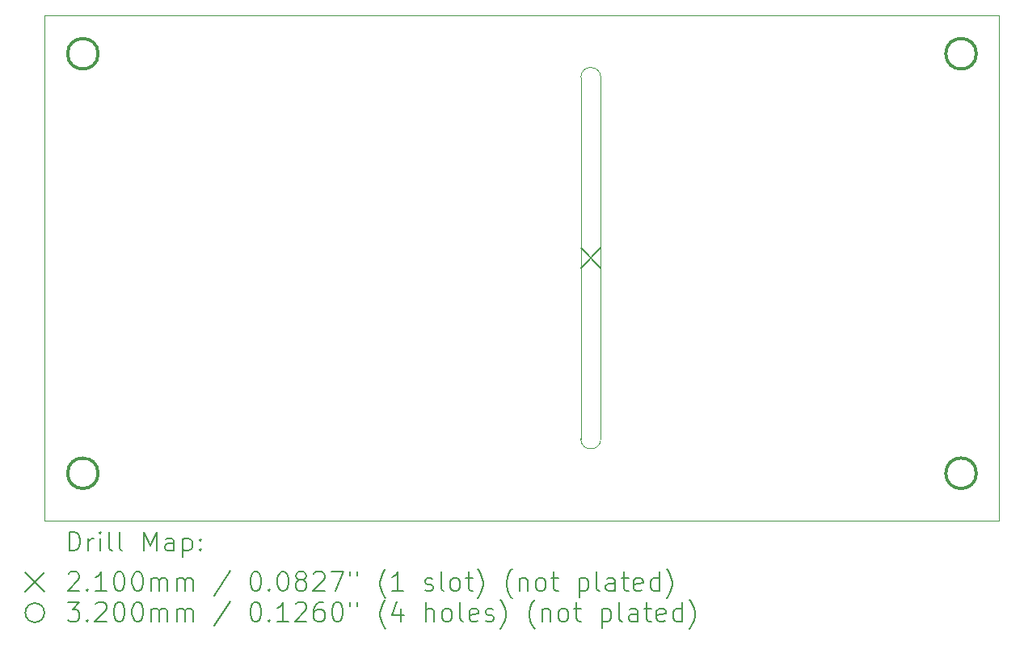
<source format=gbr>
%TF.GenerationSoftware,KiCad,Pcbnew,7.0.11+dfsg-1build4*%
%TF.CreationDate,2025-03-10T20:05:54-05:00*%
%TF.ProjectId,TriacControl,54726961-6343-46f6-9e74-726f6c2e6b69,rev?*%
%TF.SameCoordinates,Original*%
%TF.FileFunction,Drillmap*%
%TF.FilePolarity,Positive*%
%FSLAX45Y45*%
G04 Gerber Fmt 4.5, Leading zero omitted, Abs format (unit mm)*
G04 Created by KiCad (PCBNEW 7.0.11+dfsg-1build4) date 2025-03-10 20:05:54*
%MOMM*%
%LPD*%
G01*
G04 APERTURE LIST*
%ADD10C,0.050000*%
%ADD11C,0.200000*%
%ADD12C,0.210000*%
%ADD13C,0.100000*%
%ADD14C,0.320000*%
G04 APERTURE END LIST*
D10*
X15000000Y-10300000D02*
X5000000Y-10300000D01*
X15000000Y-5000000D02*
X15000000Y-10300000D01*
X5000000Y-5000000D02*
X15000000Y-5000000D01*
X5000000Y-10300000D02*
X5000000Y-5000000D01*
D11*
D12*
X10616000Y-7439000D02*
X10826000Y-7649000D01*
X10826000Y-7439000D02*
X10616000Y-7649000D01*
D13*
X10616000Y-5649000D02*
X10616000Y-9439000D01*
X10616000Y-9439000D02*
G75*
G03*
X10826000Y-9439000I105000J0D01*
G01*
X10826000Y-9439000D02*
X10826000Y-5649000D01*
X10826000Y-5649000D02*
G75*
G03*
X10616000Y-5649000I-105000J0D01*
G01*
D14*
X5560000Y-5400000D02*
G75*
G03*
X5240000Y-5400000I-160000J0D01*
G01*
X5240000Y-5400000D02*
G75*
G03*
X5560000Y-5400000I160000J0D01*
G01*
X5560000Y-9800000D02*
G75*
G03*
X5240000Y-9800000I-160000J0D01*
G01*
X5240000Y-9800000D02*
G75*
G03*
X5560000Y-9800000I160000J0D01*
G01*
X14760000Y-5400000D02*
G75*
G03*
X14440000Y-5400000I-160000J0D01*
G01*
X14440000Y-5400000D02*
G75*
G03*
X14760000Y-5400000I160000J0D01*
G01*
X14760000Y-9800000D02*
G75*
G03*
X14440000Y-9800000I-160000J0D01*
G01*
X14440000Y-9800000D02*
G75*
G03*
X14760000Y-9800000I160000J0D01*
G01*
D11*
X5258277Y-10613984D02*
X5258277Y-10413984D01*
X5258277Y-10413984D02*
X5305896Y-10413984D01*
X5305896Y-10413984D02*
X5334467Y-10423508D01*
X5334467Y-10423508D02*
X5353515Y-10442555D01*
X5353515Y-10442555D02*
X5363039Y-10461603D01*
X5363039Y-10461603D02*
X5372563Y-10499698D01*
X5372563Y-10499698D02*
X5372563Y-10528270D01*
X5372563Y-10528270D02*
X5363039Y-10566365D01*
X5363039Y-10566365D02*
X5353515Y-10585412D01*
X5353515Y-10585412D02*
X5334467Y-10604460D01*
X5334467Y-10604460D02*
X5305896Y-10613984D01*
X5305896Y-10613984D02*
X5258277Y-10613984D01*
X5458277Y-10613984D02*
X5458277Y-10480650D01*
X5458277Y-10518746D02*
X5467801Y-10499698D01*
X5467801Y-10499698D02*
X5477324Y-10490174D01*
X5477324Y-10490174D02*
X5496372Y-10480650D01*
X5496372Y-10480650D02*
X5515420Y-10480650D01*
X5582086Y-10613984D02*
X5582086Y-10480650D01*
X5582086Y-10413984D02*
X5572563Y-10423508D01*
X5572563Y-10423508D02*
X5582086Y-10433031D01*
X5582086Y-10433031D02*
X5591610Y-10423508D01*
X5591610Y-10423508D02*
X5582086Y-10413984D01*
X5582086Y-10413984D02*
X5582086Y-10433031D01*
X5705896Y-10613984D02*
X5686848Y-10604460D01*
X5686848Y-10604460D02*
X5677324Y-10585412D01*
X5677324Y-10585412D02*
X5677324Y-10413984D01*
X5810658Y-10613984D02*
X5791610Y-10604460D01*
X5791610Y-10604460D02*
X5782086Y-10585412D01*
X5782086Y-10585412D02*
X5782086Y-10413984D01*
X6039229Y-10613984D02*
X6039229Y-10413984D01*
X6039229Y-10413984D02*
X6105896Y-10556841D01*
X6105896Y-10556841D02*
X6172562Y-10413984D01*
X6172562Y-10413984D02*
X6172562Y-10613984D01*
X6353515Y-10613984D02*
X6353515Y-10509222D01*
X6353515Y-10509222D02*
X6343991Y-10490174D01*
X6343991Y-10490174D02*
X6324943Y-10480650D01*
X6324943Y-10480650D02*
X6286848Y-10480650D01*
X6286848Y-10480650D02*
X6267801Y-10490174D01*
X6353515Y-10604460D02*
X6334467Y-10613984D01*
X6334467Y-10613984D02*
X6286848Y-10613984D01*
X6286848Y-10613984D02*
X6267801Y-10604460D01*
X6267801Y-10604460D02*
X6258277Y-10585412D01*
X6258277Y-10585412D02*
X6258277Y-10566365D01*
X6258277Y-10566365D02*
X6267801Y-10547317D01*
X6267801Y-10547317D02*
X6286848Y-10537793D01*
X6286848Y-10537793D02*
X6334467Y-10537793D01*
X6334467Y-10537793D02*
X6353515Y-10528270D01*
X6448753Y-10480650D02*
X6448753Y-10680650D01*
X6448753Y-10490174D02*
X6467801Y-10480650D01*
X6467801Y-10480650D02*
X6505896Y-10480650D01*
X6505896Y-10480650D02*
X6524943Y-10490174D01*
X6524943Y-10490174D02*
X6534467Y-10499698D01*
X6534467Y-10499698D02*
X6543991Y-10518746D01*
X6543991Y-10518746D02*
X6543991Y-10575889D01*
X6543991Y-10575889D02*
X6534467Y-10594936D01*
X6534467Y-10594936D02*
X6524943Y-10604460D01*
X6524943Y-10604460D02*
X6505896Y-10613984D01*
X6505896Y-10613984D02*
X6467801Y-10613984D01*
X6467801Y-10613984D02*
X6448753Y-10604460D01*
X6629705Y-10594936D02*
X6639229Y-10604460D01*
X6639229Y-10604460D02*
X6629705Y-10613984D01*
X6629705Y-10613984D02*
X6620182Y-10604460D01*
X6620182Y-10604460D02*
X6629705Y-10594936D01*
X6629705Y-10594936D02*
X6629705Y-10613984D01*
X6629705Y-10490174D02*
X6639229Y-10499698D01*
X6639229Y-10499698D02*
X6629705Y-10509222D01*
X6629705Y-10509222D02*
X6620182Y-10499698D01*
X6620182Y-10499698D02*
X6629705Y-10490174D01*
X6629705Y-10490174D02*
X6629705Y-10509222D01*
X4797500Y-10842500D02*
X4997500Y-11042500D01*
X4997500Y-10842500D02*
X4797500Y-11042500D01*
X5248753Y-10853031D02*
X5258277Y-10843508D01*
X5258277Y-10843508D02*
X5277324Y-10833984D01*
X5277324Y-10833984D02*
X5324944Y-10833984D01*
X5324944Y-10833984D02*
X5343991Y-10843508D01*
X5343991Y-10843508D02*
X5353515Y-10853031D01*
X5353515Y-10853031D02*
X5363039Y-10872079D01*
X5363039Y-10872079D02*
X5363039Y-10891127D01*
X5363039Y-10891127D02*
X5353515Y-10919698D01*
X5353515Y-10919698D02*
X5239229Y-11033984D01*
X5239229Y-11033984D02*
X5363039Y-11033984D01*
X5448753Y-11014936D02*
X5458277Y-11024460D01*
X5458277Y-11024460D02*
X5448753Y-11033984D01*
X5448753Y-11033984D02*
X5439229Y-11024460D01*
X5439229Y-11024460D02*
X5448753Y-11014936D01*
X5448753Y-11014936D02*
X5448753Y-11033984D01*
X5648753Y-11033984D02*
X5534467Y-11033984D01*
X5591610Y-11033984D02*
X5591610Y-10833984D01*
X5591610Y-10833984D02*
X5572563Y-10862555D01*
X5572563Y-10862555D02*
X5553515Y-10881603D01*
X5553515Y-10881603D02*
X5534467Y-10891127D01*
X5772562Y-10833984D02*
X5791610Y-10833984D01*
X5791610Y-10833984D02*
X5810658Y-10843508D01*
X5810658Y-10843508D02*
X5820182Y-10853031D01*
X5820182Y-10853031D02*
X5829705Y-10872079D01*
X5829705Y-10872079D02*
X5839229Y-10910174D01*
X5839229Y-10910174D02*
X5839229Y-10957793D01*
X5839229Y-10957793D02*
X5829705Y-10995889D01*
X5829705Y-10995889D02*
X5820182Y-11014936D01*
X5820182Y-11014936D02*
X5810658Y-11024460D01*
X5810658Y-11024460D02*
X5791610Y-11033984D01*
X5791610Y-11033984D02*
X5772562Y-11033984D01*
X5772562Y-11033984D02*
X5753515Y-11024460D01*
X5753515Y-11024460D02*
X5743991Y-11014936D01*
X5743991Y-11014936D02*
X5734467Y-10995889D01*
X5734467Y-10995889D02*
X5724943Y-10957793D01*
X5724943Y-10957793D02*
X5724943Y-10910174D01*
X5724943Y-10910174D02*
X5734467Y-10872079D01*
X5734467Y-10872079D02*
X5743991Y-10853031D01*
X5743991Y-10853031D02*
X5753515Y-10843508D01*
X5753515Y-10843508D02*
X5772562Y-10833984D01*
X5963039Y-10833984D02*
X5982086Y-10833984D01*
X5982086Y-10833984D02*
X6001134Y-10843508D01*
X6001134Y-10843508D02*
X6010658Y-10853031D01*
X6010658Y-10853031D02*
X6020182Y-10872079D01*
X6020182Y-10872079D02*
X6029705Y-10910174D01*
X6029705Y-10910174D02*
X6029705Y-10957793D01*
X6029705Y-10957793D02*
X6020182Y-10995889D01*
X6020182Y-10995889D02*
X6010658Y-11014936D01*
X6010658Y-11014936D02*
X6001134Y-11024460D01*
X6001134Y-11024460D02*
X5982086Y-11033984D01*
X5982086Y-11033984D02*
X5963039Y-11033984D01*
X5963039Y-11033984D02*
X5943991Y-11024460D01*
X5943991Y-11024460D02*
X5934467Y-11014936D01*
X5934467Y-11014936D02*
X5924943Y-10995889D01*
X5924943Y-10995889D02*
X5915420Y-10957793D01*
X5915420Y-10957793D02*
X5915420Y-10910174D01*
X5915420Y-10910174D02*
X5924943Y-10872079D01*
X5924943Y-10872079D02*
X5934467Y-10853031D01*
X5934467Y-10853031D02*
X5943991Y-10843508D01*
X5943991Y-10843508D02*
X5963039Y-10833984D01*
X6115420Y-11033984D02*
X6115420Y-10900650D01*
X6115420Y-10919698D02*
X6124943Y-10910174D01*
X6124943Y-10910174D02*
X6143991Y-10900650D01*
X6143991Y-10900650D02*
X6172563Y-10900650D01*
X6172563Y-10900650D02*
X6191610Y-10910174D01*
X6191610Y-10910174D02*
X6201134Y-10929222D01*
X6201134Y-10929222D02*
X6201134Y-11033984D01*
X6201134Y-10929222D02*
X6210658Y-10910174D01*
X6210658Y-10910174D02*
X6229705Y-10900650D01*
X6229705Y-10900650D02*
X6258277Y-10900650D01*
X6258277Y-10900650D02*
X6277324Y-10910174D01*
X6277324Y-10910174D02*
X6286848Y-10929222D01*
X6286848Y-10929222D02*
X6286848Y-11033984D01*
X6382086Y-11033984D02*
X6382086Y-10900650D01*
X6382086Y-10919698D02*
X6391610Y-10910174D01*
X6391610Y-10910174D02*
X6410658Y-10900650D01*
X6410658Y-10900650D02*
X6439229Y-10900650D01*
X6439229Y-10900650D02*
X6458277Y-10910174D01*
X6458277Y-10910174D02*
X6467801Y-10929222D01*
X6467801Y-10929222D02*
X6467801Y-11033984D01*
X6467801Y-10929222D02*
X6477324Y-10910174D01*
X6477324Y-10910174D02*
X6496372Y-10900650D01*
X6496372Y-10900650D02*
X6524943Y-10900650D01*
X6524943Y-10900650D02*
X6543991Y-10910174D01*
X6543991Y-10910174D02*
X6553515Y-10929222D01*
X6553515Y-10929222D02*
X6553515Y-11033984D01*
X6943991Y-10824460D02*
X6772563Y-11081603D01*
X7201134Y-10833984D02*
X7220182Y-10833984D01*
X7220182Y-10833984D02*
X7239229Y-10843508D01*
X7239229Y-10843508D02*
X7248753Y-10853031D01*
X7248753Y-10853031D02*
X7258277Y-10872079D01*
X7258277Y-10872079D02*
X7267801Y-10910174D01*
X7267801Y-10910174D02*
X7267801Y-10957793D01*
X7267801Y-10957793D02*
X7258277Y-10995889D01*
X7258277Y-10995889D02*
X7248753Y-11014936D01*
X7248753Y-11014936D02*
X7239229Y-11024460D01*
X7239229Y-11024460D02*
X7220182Y-11033984D01*
X7220182Y-11033984D02*
X7201134Y-11033984D01*
X7201134Y-11033984D02*
X7182086Y-11024460D01*
X7182086Y-11024460D02*
X7172563Y-11014936D01*
X7172563Y-11014936D02*
X7163039Y-10995889D01*
X7163039Y-10995889D02*
X7153515Y-10957793D01*
X7153515Y-10957793D02*
X7153515Y-10910174D01*
X7153515Y-10910174D02*
X7163039Y-10872079D01*
X7163039Y-10872079D02*
X7172563Y-10853031D01*
X7172563Y-10853031D02*
X7182086Y-10843508D01*
X7182086Y-10843508D02*
X7201134Y-10833984D01*
X7353515Y-11014936D02*
X7363039Y-11024460D01*
X7363039Y-11024460D02*
X7353515Y-11033984D01*
X7353515Y-11033984D02*
X7343991Y-11024460D01*
X7343991Y-11024460D02*
X7353515Y-11014936D01*
X7353515Y-11014936D02*
X7353515Y-11033984D01*
X7486848Y-10833984D02*
X7505896Y-10833984D01*
X7505896Y-10833984D02*
X7524944Y-10843508D01*
X7524944Y-10843508D02*
X7534467Y-10853031D01*
X7534467Y-10853031D02*
X7543991Y-10872079D01*
X7543991Y-10872079D02*
X7553515Y-10910174D01*
X7553515Y-10910174D02*
X7553515Y-10957793D01*
X7553515Y-10957793D02*
X7543991Y-10995889D01*
X7543991Y-10995889D02*
X7534467Y-11014936D01*
X7534467Y-11014936D02*
X7524944Y-11024460D01*
X7524944Y-11024460D02*
X7505896Y-11033984D01*
X7505896Y-11033984D02*
X7486848Y-11033984D01*
X7486848Y-11033984D02*
X7467801Y-11024460D01*
X7467801Y-11024460D02*
X7458277Y-11014936D01*
X7458277Y-11014936D02*
X7448753Y-10995889D01*
X7448753Y-10995889D02*
X7439229Y-10957793D01*
X7439229Y-10957793D02*
X7439229Y-10910174D01*
X7439229Y-10910174D02*
X7448753Y-10872079D01*
X7448753Y-10872079D02*
X7458277Y-10853031D01*
X7458277Y-10853031D02*
X7467801Y-10843508D01*
X7467801Y-10843508D02*
X7486848Y-10833984D01*
X7667801Y-10919698D02*
X7648753Y-10910174D01*
X7648753Y-10910174D02*
X7639229Y-10900650D01*
X7639229Y-10900650D02*
X7629706Y-10881603D01*
X7629706Y-10881603D02*
X7629706Y-10872079D01*
X7629706Y-10872079D02*
X7639229Y-10853031D01*
X7639229Y-10853031D02*
X7648753Y-10843508D01*
X7648753Y-10843508D02*
X7667801Y-10833984D01*
X7667801Y-10833984D02*
X7705896Y-10833984D01*
X7705896Y-10833984D02*
X7724944Y-10843508D01*
X7724944Y-10843508D02*
X7734467Y-10853031D01*
X7734467Y-10853031D02*
X7743991Y-10872079D01*
X7743991Y-10872079D02*
X7743991Y-10881603D01*
X7743991Y-10881603D02*
X7734467Y-10900650D01*
X7734467Y-10900650D02*
X7724944Y-10910174D01*
X7724944Y-10910174D02*
X7705896Y-10919698D01*
X7705896Y-10919698D02*
X7667801Y-10919698D01*
X7667801Y-10919698D02*
X7648753Y-10929222D01*
X7648753Y-10929222D02*
X7639229Y-10938746D01*
X7639229Y-10938746D02*
X7629706Y-10957793D01*
X7629706Y-10957793D02*
X7629706Y-10995889D01*
X7629706Y-10995889D02*
X7639229Y-11014936D01*
X7639229Y-11014936D02*
X7648753Y-11024460D01*
X7648753Y-11024460D02*
X7667801Y-11033984D01*
X7667801Y-11033984D02*
X7705896Y-11033984D01*
X7705896Y-11033984D02*
X7724944Y-11024460D01*
X7724944Y-11024460D02*
X7734467Y-11014936D01*
X7734467Y-11014936D02*
X7743991Y-10995889D01*
X7743991Y-10995889D02*
X7743991Y-10957793D01*
X7743991Y-10957793D02*
X7734467Y-10938746D01*
X7734467Y-10938746D02*
X7724944Y-10929222D01*
X7724944Y-10929222D02*
X7705896Y-10919698D01*
X7820182Y-10853031D02*
X7829706Y-10843508D01*
X7829706Y-10843508D02*
X7848753Y-10833984D01*
X7848753Y-10833984D02*
X7896372Y-10833984D01*
X7896372Y-10833984D02*
X7915420Y-10843508D01*
X7915420Y-10843508D02*
X7924944Y-10853031D01*
X7924944Y-10853031D02*
X7934467Y-10872079D01*
X7934467Y-10872079D02*
X7934467Y-10891127D01*
X7934467Y-10891127D02*
X7924944Y-10919698D01*
X7924944Y-10919698D02*
X7810658Y-11033984D01*
X7810658Y-11033984D02*
X7934467Y-11033984D01*
X8001134Y-10833984D02*
X8134467Y-10833984D01*
X8134467Y-10833984D02*
X8048753Y-11033984D01*
X8201134Y-10833984D02*
X8201134Y-10872079D01*
X8277325Y-10833984D02*
X8277325Y-10872079D01*
X8572563Y-11110174D02*
X8563039Y-11100650D01*
X8563039Y-11100650D02*
X8543991Y-11072079D01*
X8543991Y-11072079D02*
X8534468Y-11053031D01*
X8534468Y-11053031D02*
X8524944Y-11024460D01*
X8524944Y-11024460D02*
X8515420Y-10976841D01*
X8515420Y-10976841D02*
X8515420Y-10938746D01*
X8515420Y-10938746D02*
X8524944Y-10891127D01*
X8524944Y-10891127D02*
X8534468Y-10862555D01*
X8534468Y-10862555D02*
X8543991Y-10843508D01*
X8543991Y-10843508D02*
X8563039Y-10814936D01*
X8563039Y-10814936D02*
X8572563Y-10805412D01*
X8753515Y-11033984D02*
X8639230Y-11033984D01*
X8696372Y-11033984D02*
X8696372Y-10833984D01*
X8696372Y-10833984D02*
X8677325Y-10862555D01*
X8677325Y-10862555D02*
X8658277Y-10881603D01*
X8658277Y-10881603D02*
X8639230Y-10891127D01*
X8982087Y-11024460D02*
X9001134Y-11033984D01*
X9001134Y-11033984D02*
X9039230Y-11033984D01*
X9039230Y-11033984D02*
X9058277Y-11024460D01*
X9058277Y-11024460D02*
X9067801Y-11005412D01*
X9067801Y-11005412D02*
X9067801Y-10995889D01*
X9067801Y-10995889D02*
X9058277Y-10976841D01*
X9058277Y-10976841D02*
X9039230Y-10967317D01*
X9039230Y-10967317D02*
X9010658Y-10967317D01*
X9010658Y-10967317D02*
X8991611Y-10957793D01*
X8991611Y-10957793D02*
X8982087Y-10938746D01*
X8982087Y-10938746D02*
X8982087Y-10929222D01*
X8982087Y-10929222D02*
X8991611Y-10910174D01*
X8991611Y-10910174D02*
X9010658Y-10900650D01*
X9010658Y-10900650D02*
X9039230Y-10900650D01*
X9039230Y-10900650D02*
X9058277Y-10910174D01*
X9182087Y-11033984D02*
X9163039Y-11024460D01*
X9163039Y-11024460D02*
X9153515Y-11005412D01*
X9153515Y-11005412D02*
X9153515Y-10833984D01*
X9286849Y-11033984D02*
X9267801Y-11024460D01*
X9267801Y-11024460D02*
X9258277Y-11014936D01*
X9258277Y-11014936D02*
X9248753Y-10995889D01*
X9248753Y-10995889D02*
X9248753Y-10938746D01*
X9248753Y-10938746D02*
X9258277Y-10919698D01*
X9258277Y-10919698D02*
X9267801Y-10910174D01*
X9267801Y-10910174D02*
X9286849Y-10900650D01*
X9286849Y-10900650D02*
X9315420Y-10900650D01*
X9315420Y-10900650D02*
X9334468Y-10910174D01*
X9334468Y-10910174D02*
X9343992Y-10919698D01*
X9343992Y-10919698D02*
X9353515Y-10938746D01*
X9353515Y-10938746D02*
X9353515Y-10995889D01*
X9353515Y-10995889D02*
X9343992Y-11014936D01*
X9343992Y-11014936D02*
X9334468Y-11024460D01*
X9334468Y-11024460D02*
X9315420Y-11033984D01*
X9315420Y-11033984D02*
X9286849Y-11033984D01*
X9410658Y-10900650D02*
X9486849Y-10900650D01*
X9439230Y-10833984D02*
X9439230Y-11005412D01*
X9439230Y-11005412D02*
X9448753Y-11024460D01*
X9448753Y-11024460D02*
X9467801Y-11033984D01*
X9467801Y-11033984D02*
X9486849Y-11033984D01*
X9534468Y-11110174D02*
X9543992Y-11100650D01*
X9543992Y-11100650D02*
X9563039Y-11072079D01*
X9563039Y-11072079D02*
X9572563Y-11053031D01*
X9572563Y-11053031D02*
X9582087Y-11024460D01*
X9582087Y-11024460D02*
X9591611Y-10976841D01*
X9591611Y-10976841D02*
X9591611Y-10938746D01*
X9591611Y-10938746D02*
X9582087Y-10891127D01*
X9582087Y-10891127D02*
X9572563Y-10862555D01*
X9572563Y-10862555D02*
X9563039Y-10843508D01*
X9563039Y-10843508D02*
X9543992Y-10814936D01*
X9543992Y-10814936D02*
X9534468Y-10805412D01*
X9896373Y-11110174D02*
X9886849Y-11100650D01*
X9886849Y-11100650D02*
X9867801Y-11072079D01*
X9867801Y-11072079D02*
X9858277Y-11053031D01*
X9858277Y-11053031D02*
X9848753Y-11024460D01*
X9848753Y-11024460D02*
X9839230Y-10976841D01*
X9839230Y-10976841D02*
X9839230Y-10938746D01*
X9839230Y-10938746D02*
X9848753Y-10891127D01*
X9848753Y-10891127D02*
X9858277Y-10862555D01*
X9858277Y-10862555D02*
X9867801Y-10843508D01*
X9867801Y-10843508D02*
X9886849Y-10814936D01*
X9886849Y-10814936D02*
X9896373Y-10805412D01*
X9972563Y-10900650D02*
X9972563Y-11033984D01*
X9972563Y-10919698D02*
X9982087Y-10910174D01*
X9982087Y-10910174D02*
X10001134Y-10900650D01*
X10001134Y-10900650D02*
X10029706Y-10900650D01*
X10029706Y-10900650D02*
X10048753Y-10910174D01*
X10048753Y-10910174D02*
X10058277Y-10929222D01*
X10058277Y-10929222D02*
X10058277Y-11033984D01*
X10182087Y-11033984D02*
X10163039Y-11024460D01*
X10163039Y-11024460D02*
X10153515Y-11014936D01*
X10153515Y-11014936D02*
X10143992Y-10995889D01*
X10143992Y-10995889D02*
X10143992Y-10938746D01*
X10143992Y-10938746D02*
X10153515Y-10919698D01*
X10153515Y-10919698D02*
X10163039Y-10910174D01*
X10163039Y-10910174D02*
X10182087Y-10900650D01*
X10182087Y-10900650D02*
X10210658Y-10900650D01*
X10210658Y-10900650D02*
X10229706Y-10910174D01*
X10229706Y-10910174D02*
X10239230Y-10919698D01*
X10239230Y-10919698D02*
X10248753Y-10938746D01*
X10248753Y-10938746D02*
X10248753Y-10995889D01*
X10248753Y-10995889D02*
X10239230Y-11014936D01*
X10239230Y-11014936D02*
X10229706Y-11024460D01*
X10229706Y-11024460D02*
X10210658Y-11033984D01*
X10210658Y-11033984D02*
X10182087Y-11033984D01*
X10305896Y-10900650D02*
X10382087Y-10900650D01*
X10334468Y-10833984D02*
X10334468Y-11005412D01*
X10334468Y-11005412D02*
X10343992Y-11024460D01*
X10343992Y-11024460D02*
X10363039Y-11033984D01*
X10363039Y-11033984D02*
X10382087Y-11033984D01*
X10601134Y-10900650D02*
X10601134Y-11100650D01*
X10601134Y-10910174D02*
X10620182Y-10900650D01*
X10620182Y-10900650D02*
X10658277Y-10900650D01*
X10658277Y-10900650D02*
X10677325Y-10910174D01*
X10677325Y-10910174D02*
X10686849Y-10919698D01*
X10686849Y-10919698D02*
X10696373Y-10938746D01*
X10696373Y-10938746D02*
X10696373Y-10995889D01*
X10696373Y-10995889D02*
X10686849Y-11014936D01*
X10686849Y-11014936D02*
X10677325Y-11024460D01*
X10677325Y-11024460D02*
X10658277Y-11033984D01*
X10658277Y-11033984D02*
X10620182Y-11033984D01*
X10620182Y-11033984D02*
X10601134Y-11024460D01*
X10810658Y-11033984D02*
X10791611Y-11024460D01*
X10791611Y-11024460D02*
X10782087Y-11005412D01*
X10782087Y-11005412D02*
X10782087Y-10833984D01*
X10972563Y-11033984D02*
X10972563Y-10929222D01*
X10972563Y-10929222D02*
X10963039Y-10910174D01*
X10963039Y-10910174D02*
X10943992Y-10900650D01*
X10943992Y-10900650D02*
X10905896Y-10900650D01*
X10905896Y-10900650D02*
X10886849Y-10910174D01*
X10972563Y-11024460D02*
X10953515Y-11033984D01*
X10953515Y-11033984D02*
X10905896Y-11033984D01*
X10905896Y-11033984D02*
X10886849Y-11024460D01*
X10886849Y-11024460D02*
X10877325Y-11005412D01*
X10877325Y-11005412D02*
X10877325Y-10986365D01*
X10877325Y-10986365D02*
X10886849Y-10967317D01*
X10886849Y-10967317D02*
X10905896Y-10957793D01*
X10905896Y-10957793D02*
X10953515Y-10957793D01*
X10953515Y-10957793D02*
X10972563Y-10948270D01*
X11039230Y-10900650D02*
X11115420Y-10900650D01*
X11067801Y-10833984D02*
X11067801Y-11005412D01*
X11067801Y-11005412D02*
X11077325Y-11024460D01*
X11077325Y-11024460D02*
X11096373Y-11033984D01*
X11096373Y-11033984D02*
X11115420Y-11033984D01*
X11258277Y-11024460D02*
X11239230Y-11033984D01*
X11239230Y-11033984D02*
X11201134Y-11033984D01*
X11201134Y-11033984D02*
X11182087Y-11024460D01*
X11182087Y-11024460D02*
X11172563Y-11005412D01*
X11172563Y-11005412D02*
X11172563Y-10929222D01*
X11172563Y-10929222D02*
X11182087Y-10910174D01*
X11182087Y-10910174D02*
X11201134Y-10900650D01*
X11201134Y-10900650D02*
X11239230Y-10900650D01*
X11239230Y-10900650D02*
X11258277Y-10910174D01*
X11258277Y-10910174D02*
X11267801Y-10929222D01*
X11267801Y-10929222D02*
X11267801Y-10948270D01*
X11267801Y-10948270D02*
X11172563Y-10967317D01*
X11439230Y-11033984D02*
X11439230Y-10833984D01*
X11439230Y-11024460D02*
X11420182Y-11033984D01*
X11420182Y-11033984D02*
X11382087Y-11033984D01*
X11382087Y-11033984D02*
X11363039Y-11024460D01*
X11363039Y-11024460D02*
X11353515Y-11014936D01*
X11353515Y-11014936D02*
X11343992Y-10995889D01*
X11343992Y-10995889D02*
X11343992Y-10938746D01*
X11343992Y-10938746D02*
X11353515Y-10919698D01*
X11353515Y-10919698D02*
X11363039Y-10910174D01*
X11363039Y-10910174D02*
X11382087Y-10900650D01*
X11382087Y-10900650D02*
X11420182Y-10900650D01*
X11420182Y-10900650D02*
X11439230Y-10910174D01*
X11515420Y-11110174D02*
X11524944Y-11100650D01*
X11524944Y-11100650D02*
X11543992Y-11072079D01*
X11543992Y-11072079D02*
X11553515Y-11053031D01*
X11553515Y-11053031D02*
X11563039Y-11024460D01*
X11563039Y-11024460D02*
X11572563Y-10976841D01*
X11572563Y-10976841D02*
X11572563Y-10938746D01*
X11572563Y-10938746D02*
X11563039Y-10891127D01*
X11563039Y-10891127D02*
X11553515Y-10862555D01*
X11553515Y-10862555D02*
X11543992Y-10843508D01*
X11543992Y-10843508D02*
X11524944Y-10814936D01*
X11524944Y-10814936D02*
X11515420Y-10805412D01*
X4997500Y-11262500D02*
G75*
G03*
X4797500Y-11262500I-100000J0D01*
G01*
X4797500Y-11262500D02*
G75*
G03*
X4997500Y-11262500I100000J0D01*
G01*
X5239229Y-11153984D02*
X5363039Y-11153984D01*
X5363039Y-11153984D02*
X5296372Y-11230174D01*
X5296372Y-11230174D02*
X5324944Y-11230174D01*
X5324944Y-11230174D02*
X5343991Y-11239698D01*
X5343991Y-11239698D02*
X5353515Y-11249222D01*
X5353515Y-11249222D02*
X5363039Y-11268269D01*
X5363039Y-11268269D02*
X5363039Y-11315888D01*
X5363039Y-11315888D02*
X5353515Y-11334936D01*
X5353515Y-11334936D02*
X5343991Y-11344460D01*
X5343991Y-11344460D02*
X5324944Y-11353984D01*
X5324944Y-11353984D02*
X5267801Y-11353984D01*
X5267801Y-11353984D02*
X5248753Y-11344460D01*
X5248753Y-11344460D02*
X5239229Y-11334936D01*
X5448753Y-11334936D02*
X5458277Y-11344460D01*
X5458277Y-11344460D02*
X5448753Y-11353984D01*
X5448753Y-11353984D02*
X5439229Y-11344460D01*
X5439229Y-11344460D02*
X5448753Y-11334936D01*
X5448753Y-11334936D02*
X5448753Y-11353984D01*
X5534467Y-11173031D02*
X5543991Y-11163508D01*
X5543991Y-11163508D02*
X5563039Y-11153984D01*
X5563039Y-11153984D02*
X5610658Y-11153984D01*
X5610658Y-11153984D02*
X5629705Y-11163508D01*
X5629705Y-11163508D02*
X5639229Y-11173031D01*
X5639229Y-11173031D02*
X5648753Y-11192079D01*
X5648753Y-11192079D02*
X5648753Y-11211127D01*
X5648753Y-11211127D02*
X5639229Y-11239698D01*
X5639229Y-11239698D02*
X5524944Y-11353984D01*
X5524944Y-11353984D02*
X5648753Y-11353984D01*
X5772562Y-11153984D02*
X5791610Y-11153984D01*
X5791610Y-11153984D02*
X5810658Y-11163508D01*
X5810658Y-11163508D02*
X5820182Y-11173031D01*
X5820182Y-11173031D02*
X5829705Y-11192079D01*
X5829705Y-11192079D02*
X5839229Y-11230174D01*
X5839229Y-11230174D02*
X5839229Y-11277793D01*
X5839229Y-11277793D02*
X5829705Y-11315888D01*
X5829705Y-11315888D02*
X5820182Y-11334936D01*
X5820182Y-11334936D02*
X5810658Y-11344460D01*
X5810658Y-11344460D02*
X5791610Y-11353984D01*
X5791610Y-11353984D02*
X5772562Y-11353984D01*
X5772562Y-11353984D02*
X5753515Y-11344460D01*
X5753515Y-11344460D02*
X5743991Y-11334936D01*
X5743991Y-11334936D02*
X5734467Y-11315888D01*
X5734467Y-11315888D02*
X5724943Y-11277793D01*
X5724943Y-11277793D02*
X5724943Y-11230174D01*
X5724943Y-11230174D02*
X5734467Y-11192079D01*
X5734467Y-11192079D02*
X5743991Y-11173031D01*
X5743991Y-11173031D02*
X5753515Y-11163508D01*
X5753515Y-11163508D02*
X5772562Y-11153984D01*
X5963039Y-11153984D02*
X5982086Y-11153984D01*
X5982086Y-11153984D02*
X6001134Y-11163508D01*
X6001134Y-11163508D02*
X6010658Y-11173031D01*
X6010658Y-11173031D02*
X6020182Y-11192079D01*
X6020182Y-11192079D02*
X6029705Y-11230174D01*
X6029705Y-11230174D02*
X6029705Y-11277793D01*
X6029705Y-11277793D02*
X6020182Y-11315888D01*
X6020182Y-11315888D02*
X6010658Y-11334936D01*
X6010658Y-11334936D02*
X6001134Y-11344460D01*
X6001134Y-11344460D02*
X5982086Y-11353984D01*
X5982086Y-11353984D02*
X5963039Y-11353984D01*
X5963039Y-11353984D02*
X5943991Y-11344460D01*
X5943991Y-11344460D02*
X5934467Y-11334936D01*
X5934467Y-11334936D02*
X5924943Y-11315888D01*
X5924943Y-11315888D02*
X5915420Y-11277793D01*
X5915420Y-11277793D02*
X5915420Y-11230174D01*
X5915420Y-11230174D02*
X5924943Y-11192079D01*
X5924943Y-11192079D02*
X5934467Y-11173031D01*
X5934467Y-11173031D02*
X5943991Y-11163508D01*
X5943991Y-11163508D02*
X5963039Y-11153984D01*
X6115420Y-11353984D02*
X6115420Y-11220650D01*
X6115420Y-11239698D02*
X6124943Y-11230174D01*
X6124943Y-11230174D02*
X6143991Y-11220650D01*
X6143991Y-11220650D02*
X6172563Y-11220650D01*
X6172563Y-11220650D02*
X6191610Y-11230174D01*
X6191610Y-11230174D02*
X6201134Y-11249222D01*
X6201134Y-11249222D02*
X6201134Y-11353984D01*
X6201134Y-11249222D02*
X6210658Y-11230174D01*
X6210658Y-11230174D02*
X6229705Y-11220650D01*
X6229705Y-11220650D02*
X6258277Y-11220650D01*
X6258277Y-11220650D02*
X6277324Y-11230174D01*
X6277324Y-11230174D02*
X6286848Y-11249222D01*
X6286848Y-11249222D02*
X6286848Y-11353984D01*
X6382086Y-11353984D02*
X6382086Y-11220650D01*
X6382086Y-11239698D02*
X6391610Y-11230174D01*
X6391610Y-11230174D02*
X6410658Y-11220650D01*
X6410658Y-11220650D02*
X6439229Y-11220650D01*
X6439229Y-11220650D02*
X6458277Y-11230174D01*
X6458277Y-11230174D02*
X6467801Y-11249222D01*
X6467801Y-11249222D02*
X6467801Y-11353984D01*
X6467801Y-11249222D02*
X6477324Y-11230174D01*
X6477324Y-11230174D02*
X6496372Y-11220650D01*
X6496372Y-11220650D02*
X6524943Y-11220650D01*
X6524943Y-11220650D02*
X6543991Y-11230174D01*
X6543991Y-11230174D02*
X6553515Y-11249222D01*
X6553515Y-11249222D02*
X6553515Y-11353984D01*
X6943991Y-11144460D02*
X6772563Y-11401603D01*
X7201134Y-11153984D02*
X7220182Y-11153984D01*
X7220182Y-11153984D02*
X7239229Y-11163508D01*
X7239229Y-11163508D02*
X7248753Y-11173031D01*
X7248753Y-11173031D02*
X7258277Y-11192079D01*
X7258277Y-11192079D02*
X7267801Y-11230174D01*
X7267801Y-11230174D02*
X7267801Y-11277793D01*
X7267801Y-11277793D02*
X7258277Y-11315888D01*
X7258277Y-11315888D02*
X7248753Y-11334936D01*
X7248753Y-11334936D02*
X7239229Y-11344460D01*
X7239229Y-11344460D02*
X7220182Y-11353984D01*
X7220182Y-11353984D02*
X7201134Y-11353984D01*
X7201134Y-11353984D02*
X7182086Y-11344460D01*
X7182086Y-11344460D02*
X7172563Y-11334936D01*
X7172563Y-11334936D02*
X7163039Y-11315888D01*
X7163039Y-11315888D02*
X7153515Y-11277793D01*
X7153515Y-11277793D02*
X7153515Y-11230174D01*
X7153515Y-11230174D02*
X7163039Y-11192079D01*
X7163039Y-11192079D02*
X7172563Y-11173031D01*
X7172563Y-11173031D02*
X7182086Y-11163508D01*
X7182086Y-11163508D02*
X7201134Y-11153984D01*
X7353515Y-11334936D02*
X7363039Y-11344460D01*
X7363039Y-11344460D02*
X7353515Y-11353984D01*
X7353515Y-11353984D02*
X7343991Y-11344460D01*
X7343991Y-11344460D02*
X7353515Y-11334936D01*
X7353515Y-11334936D02*
X7353515Y-11353984D01*
X7553515Y-11353984D02*
X7439229Y-11353984D01*
X7496372Y-11353984D02*
X7496372Y-11153984D01*
X7496372Y-11153984D02*
X7477325Y-11182555D01*
X7477325Y-11182555D02*
X7458277Y-11201603D01*
X7458277Y-11201603D02*
X7439229Y-11211127D01*
X7629706Y-11173031D02*
X7639229Y-11163508D01*
X7639229Y-11163508D02*
X7658277Y-11153984D01*
X7658277Y-11153984D02*
X7705896Y-11153984D01*
X7705896Y-11153984D02*
X7724944Y-11163508D01*
X7724944Y-11163508D02*
X7734467Y-11173031D01*
X7734467Y-11173031D02*
X7743991Y-11192079D01*
X7743991Y-11192079D02*
X7743991Y-11211127D01*
X7743991Y-11211127D02*
X7734467Y-11239698D01*
X7734467Y-11239698D02*
X7620182Y-11353984D01*
X7620182Y-11353984D02*
X7743991Y-11353984D01*
X7915420Y-11153984D02*
X7877325Y-11153984D01*
X7877325Y-11153984D02*
X7858277Y-11163508D01*
X7858277Y-11163508D02*
X7848753Y-11173031D01*
X7848753Y-11173031D02*
X7829706Y-11201603D01*
X7829706Y-11201603D02*
X7820182Y-11239698D01*
X7820182Y-11239698D02*
X7820182Y-11315888D01*
X7820182Y-11315888D02*
X7829706Y-11334936D01*
X7829706Y-11334936D02*
X7839229Y-11344460D01*
X7839229Y-11344460D02*
X7858277Y-11353984D01*
X7858277Y-11353984D02*
X7896372Y-11353984D01*
X7896372Y-11353984D02*
X7915420Y-11344460D01*
X7915420Y-11344460D02*
X7924944Y-11334936D01*
X7924944Y-11334936D02*
X7934467Y-11315888D01*
X7934467Y-11315888D02*
X7934467Y-11268269D01*
X7934467Y-11268269D02*
X7924944Y-11249222D01*
X7924944Y-11249222D02*
X7915420Y-11239698D01*
X7915420Y-11239698D02*
X7896372Y-11230174D01*
X7896372Y-11230174D02*
X7858277Y-11230174D01*
X7858277Y-11230174D02*
X7839229Y-11239698D01*
X7839229Y-11239698D02*
X7829706Y-11249222D01*
X7829706Y-11249222D02*
X7820182Y-11268269D01*
X8058277Y-11153984D02*
X8077325Y-11153984D01*
X8077325Y-11153984D02*
X8096372Y-11163508D01*
X8096372Y-11163508D02*
X8105896Y-11173031D01*
X8105896Y-11173031D02*
X8115420Y-11192079D01*
X8115420Y-11192079D02*
X8124944Y-11230174D01*
X8124944Y-11230174D02*
X8124944Y-11277793D01*
X8124944Y-11277793D02*
X8115420Y-11315888D01*
X8115420Y-11315888D02*
X8105896Y-11334936D01*
X8105896Y-11334936D02*
X8096372Y-11344460D01*
X8096372Y-11344460D02*
X8077325Y-11353984D01*
X8077325Y-11353984D02*
X8058277Y-11353984D01*
X8058277Y-11353984D02*
X8039229Y-11344460D01*
X8039229Y-11344460D02*
X8029706Y-11334936D01*
X8029706Y-11334936D02*
X8020182Y-11315888D01*
X8020182Y-11315888D02*
X8010658Y-11277793D01*
X8010658Y-11277793D02*
X8010658Y-11230174D01*
X8010658Y-11230174D02*
X8020182Y-11192079D01*
X8020182Y-11192079D02*
X8029706Y-11173031D01*
X8029706Y-11173031D02*
X8039229Y-11163508D01*
X8039229Y-11163508D02*
X8058277Y-11153984D01*
X8201134Y-11153984D02*
X8201134Y-11192079D01*
X8277325Y-11153984D02*
X8277325Y-11192079D01*
X8572563Y-11430174D02*
X8563039Y-11420650D01*
X8563039Y-11420650D02*
X8543991Y-11392079D01*
X8543991Y-11392079D02*
X8534468Y-11373031D01*
X8534468Y-11373031D02*
X8524944Y-11344460D01*
X8524944Y-11344460D02*
X8515420Y-11296841D01*
X8515420Y-11296841D02*
X8515420Y-11258746D01*
X8515420Y-11258746D02*
X8524944Y-11211127D01*
X8524944Y-11211127D02*
X8534468Y-11182555D01*
X8534468Y-11182555D02*
X8543991Y-11163508D01*
X8543991Y-11163508D02*
X8563039Y-11134936D01*
X8563039Y-11134936D02*
X8572563Y-11125412D01*
X8734468Y-11220650D02*
X8734468Y-11353984D01*
X8686849Y-11144460D02*
X8639230Y-11287317D01*
X8639230Y-11287317D02*
X8763039Y-11287317D01*
X8991611Y-11353984D02*
X8991611Y-11153984D01*
X9077325Y-11353984D02*
X9077325Y-11249222D01*
X9077325Y-11249222D02*
X9067801Y-11230174D01*
X9067801Y-11230174D02*
X9048753Y-11220650D01*
X9048753Y-11220650D02*
X9020182Y-11220650D01*
X9020182Y-11220650D02*
X9001134Y-11230174D01*
X9001134Y-11230174D02*
X8991611Y-11239698D01*
X9201134Y-11353984D02*
X9182087Y-11344460D01*
X9182087Y-11344460D02*
X9172563Y-11334936D01*
X9172563Y-11334936D02*
X9163039Y-11315888D01*
X9163039Y-11315888D02*
X9163039Y-11258746D01*
X9163039Y-11258746D02*
X9172563Y-11239698D01*
X9172563Y-11239698D02*
X9182087Y-11230174D01*
X9182087Y-11230174D02*
X9201134Y-11220650D01*
X9201134Y-11220650D02*
X9229706Y-11220650D01*
X9229706Y-11220650D02*
X9248753Y-11230174D01*
X9248753Y-11230174D02*
X9258277Y-11239698D01*
X9258277Y-11239698D02*
X9267801Y-11258746D01*
X9267801Y-11258746D02*
X9267801Y-11315888D01*
X9267801Y-11315888D02*
X9258277Y-11334936D01*
X9258277Y-11334936D02*
X9248753Y-11344460D01*
X9248753Y-11344460D02*
X9229706Y-11353984D01*
X9229706Y-11353984D02*
X9201134Y-11353984D01*
X9382087Y-11353984D02*
X9363039Y-11344460D01*
X9363039Y-11344460D02*
X9353515Y-11325412D01*
X9353515Y-11325412D02*
X9353515Y-11153984D01*
X9534468Y-11344460D02*
X9515420Y-11353984D01*
X9515420Y-11353984D02*
X9477325Y-11353984D01*
X9477325Y-11353984D02*
X9458277Y-11344460D01*
X9458277Y-11344460D02*
X9448753Y-11325412D01*
X9448753Y-11325412D02*
X9448753Y-11249222D01*
X9448753Y-11249222D02*
X9458277Y-11230174D01*
X9458277Y-11230174D02*
X9477325Y-11220650D01*
X9477325Y-11220650D02*
X9515420Y-11220650D01*
X9515420Y-11220650D02*
X9534468Y-11230174D01*
X9534468Y-11230174D02*
X9543992Y-11249222D01*
X9543992Y-11249222D02*
X9543992Y-11268269D01*
X9543992Y-11268269D02*
X9448753Y-11287317D01*
X9620182Y-11344460D02*
X9639230Y-11353984D01*
X9639230Y-11353984D02*
X9677325Y-11353984D01*
X9677325Y-11353984D02*
X9696373Y-11344460D01*
X9696373Y-11344460D02*
X9705896Y-11325412D01*
X9705896Y-11325412D02*
X9705896Y-11315888D01*
X9705896Y-11315888D02*
X9696373Y-11296841D01*
X9696373Y-11296841D02*
X9677325Y-11287317D01*
X9677325Y-11287317D02*
X9648753Y-11287317D01*
X9648753Y-11287317D02*
X9629706Y-11277793D01*
X9629706Y-11277793D02*
X9620182Y-11258746D01*
X9620182Y-11258746D02*
X9620182Y-11249222D01*
X9620182Y-11249222D02*
X9629706Y-11230174D01*
X9629706Y-11230174D02*
X9648753Y-11220650D01*
X9648753Y-11220650D02*
X9677325Y-11220650D01*
X9677325Y-11220650D02*
X9696373Y-11230174D01*
X9772563Y-11430174D02*
X9782087Y-11420650D01*
X9782087Y-11420650D02*
X9801134Y-11392079D01*
X9801134Y-11392079D02*
X9810658Y-11373031D01*
X9810658Y-11373031D02*
X9820182Y-11344460D01*
X9820182Y-11344460D02*
X9829706Y-11296841D01*
X9829706Y-11296841D02*
X9829706Y-11258746D01*
X9829706Y-11258746D02*
X9820182Y-11211127D01*
X9820182Y-11211127D02*
X9810658Y-11182555D01*
X9810658Y-11182555D02*
X9801134Y-11163508D01*
X9801134Y-11163508D02*
X9782087Y-11134936D01*
X9782087Y-11134936D02*
X9772563Y-11125412D01*
X10134468Y-11430174D02*
X10124944Y-11420650D01*
X10124944Y-11420650D02*
X10105896Y-11392079D01*
X10105896Y-11392079D02*
X10096373Y-11373031D01*
X10096373Y-11373031D02*
X10086849Y-11344460D01*
X10086849Y-11344460D02*
X10077325Y-11296841D01*
X10077325Y-11296841D02*
X10077325Y-11258746D01*
X10077325Y-11258746D02*
X10086849Y-11211127D01*
X10086849Y-11211127D02*
X10096373Y-11182555D01*
X10096373Y-11182555D02*
X10105896Y-11163508D01*
X10105896Y-11163508D02*
X10124944Y-11134936D01*
X10124944Y-11134936D02*
X10134468Y-11125412D01*
X10210658Y-11220650D02*
X10210658Y-11353984D01*
X10210658Y-11239698D02*
X10220182Y-11230174D01*
X10220182Y-11230174D02*
X10239230Y-11220650D01*
X10239230Y-11220650D02*
X10267801Y-11220650D01*
X10267801Y-11220650D02*
X10286849Y-11230174D01*
X10286849Y-11230174D02*
X10296373Y-11249222D01*
X10296373Y-11249222D02*
X10296373Y-11353984D01*
X10420182Y-11353984D02*
X10401134Y-11344460D01*
X10401134Y-11344460D02*
X10391611Y-11334936D01*
X10391611Y-11334936D02*
X10382087Y-11315888D01*
X10382087Y-11315888D02*
X10382087Y-11258746D01*
X10382087Y-11258746D02*
X10391611Y-11239698D01*
X10391611Y-11239698D02*
X10401134Y-11230174D01*
X10401134Y-11230174D02*
X10420182Y-11220650D01*
X10420182Y-11220650D02*
X10448754Y-11220650D01*
X10448754Y-11220650D02*
X10467801Y-11230174D01*
X10467801Y-11230174D02*
X10477325Y-11239698D01*
X10477325Y-11239698D02*
X10486849Y-11258746D01*
X10486849Y-11258746D02*
X10486849Y-11315888D01*
X10486849Y-11315888D02*
X10477325Y-11334936D01*
X10477325Y-11334936D02*
X10467801Y-11344460D01*
X10467801Y-11344460D02*
X10448754Y-11353984D01*
X10448754Y-11353984D02*
X10420182Y-11353984D01*
X10543992Y-11220650D02*
X10620182Y-11220650D01*
X10572563Y-11153984D02*
X10572563Y-11325412D01*
X10572563Y-11325412D02*
X10582087Y-11344460D01*
X10582087Y-11344460D02*
X10601134Y-11353984D01*
X10601134Y-11353984D02*
X10620182Y-11353984D01*
X10839230Y-11220650D02*
X10839230Y-11420650D01*
X10839230Y-11230174D02*
X10858277Y-11220650D01*
X10858277Y-11220650D02*
X10896373Y-11220650D01*
X10896373Y-11220650D02*
X10915420Y-11230174D01*
X10915420Y-11230174D02*
X10924944Y-11239698D01*
X10924944Y-11239698D02*
X10934468Y-11258746D01*
X10934468Y-11258746D02*
X10934468Y-11315888D01*
X10934468Y-11315888D02*
X10924944Y-11334936D01*
X10924944Y-11334936D02*
X10915420Y-11344460D01*
X10915420Y-11344460D02*
X10896373Y-11353984D01*
X10896373Y-11353984D02*
X10858277Y-11353984D01*
X10858277Y-11353984D02*
X10839230Y-11344460D01*
X11048754Y-11353984D02*
X11029706Y-11344460D01*
X11029706Y-11344460D02*
X11020182Y-11325412D01*
X11020182Y-11325412D02*
X11020182Y-11153984D01*
X11210658Y-11353984D02*
X11210658Y-11249222D01*
X11210658Y-11249222D02*
X11201134Y-11230174D01*
X11201134Y-11230174D02*
X11182087Y-11220650D01*
X11182087Y-11220650D02*
X11143992Y-11220650D01*
X11143992Y-11220650D02*
X11124944Y-11230174D01*
X11210658Y-11344460D02*
X11191611Y-11353984D01*
X11191611Y-11353984D02*
X11143992Y-11353984D01*
X11143992Y-11353984D02*
X11124944Y-11344460D01*
X11124944Y-11344460D02*
X11115420Y-11325412D01*
X11115420Y-11325412D02*
X11115420Y-11306365D01*
X11115420Y-11306365D02*
X11124944Y-11287317D01*
X11124944Y-11287317D02*
X11143992Y-11277793D01*
X11143992Y-11277793D02*
X11191611Y-11277793D01*
X11191611Y-11277793D02*
X11210658Y-11268269D01*
X11277325Y-11220650D02*
X11353515Y-11220650D01*
X11305896Y-11153984D02*
X11305896Y-11325412D01*
X11305896Y-11325412D02*
X11315420Y-11344460D01*
X11315420Y-11344460D02*
X11334468Y-11353984D01*
X11334468Y-11353984D02*
X11353515Y-11353984D01*
X11496373Y-11344460D02*
X11477325Y-11353984D01*
X11477325Y-11353984D02*
X11439230Y-11353984D01*
X11439230Y-11353984D02*
X11420182Y-11344460D01*
X11420182Y-11344460D02*
X11410658Y-11325412D01*
X11410658Y-11325412D02*
X11410658Y-11249222D01*
X11410658Y-11249222D02*
X11420182Y-11230174D01*
X11420182Y-11230174D02*
X11439230Y-11220650D01*
X11439230Y-11220650D02*
X11477325Y-11220650D01*
X11477325Y-11220650D02*
X11496373Y-11230174D01*
X11496373Y-11230174D02*
X11505896Y-11249222D01*
X11505896Y-11249222D02*
X11505896Y-11268269D01*
X11505896Y-11268269D02*
X11410658Y-11287317D01*
X11677325Y-11353984D02*
X11677325Y-11153984D01*
X11677325Y-11344460D02*
X11658277Y-11353984D01*
X11658277Y-11353984D02*
X11620182Y-11353984D01*
X11620182Y-11353984D02*
X11601134Y-11344460D01*
X11601134Y-11344460D02*
X11591611Y-11334936D01*
X11591611Y-11334936D02*
X11582087Y-11315888D01*
X11582087Y-11315888D02*
X11582087Y-11258746D01*
X11582087Y-11258746D02*
X11591611Y-11239698D01*
X11591611Y-11239698D02*
X11601134Y-11230174D01*
X11601134Y-11230174D02*
X11620182Y-11220650D01*
X11620182Y-11220650D02*
X11658277Y-11220650D01*
X11658277Y-11220650D02*
X11677325Y-11230174D01*
X11753515Y-11430174D02*
X11763039Y-11420650D01*
X11763039Y-11420650D02*
X11782087Y-11392079D01*
X11782087Y-11392079D02*
X11791611Y-11373031D01*
X11791611Y-11373031D02*
X11801134Y-11344460D01*
X11801134Y-11344460D02*
X11810658Y-11296841D01*
X11810658Y-11296841D02*
X11810658Y-11258746D01*
X11810658Y-11258746D02*
X11801134Y-11211127D01*
X11801134Y-11211127D02*
X11791611Y-11182555D01*
X11791611Y-11182555D02*
X11782087Y-11163508D01*
X11782087Y-11163508D02*
X11763039Y-11134936D01*
X11763039Y-11134936D02*
X11753515Y-11125412D01*
M02*

</source>
